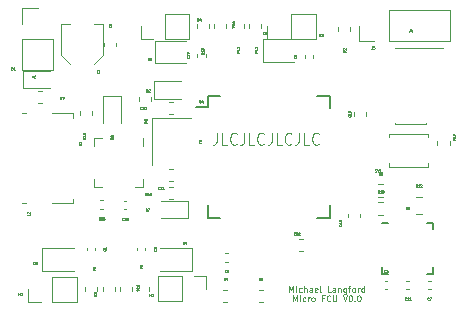
<source format=gbr>
G04 #@! TF.GenerationSoftware,KiCad,Pcbnew,(5.1.8)-1*
G04 #@! TF.CreationDate,2020-11-28T11:44:15-05:00*
G04 #@! TF.ProjectId,STM32_SMD_Quadcopter,53544d33-325f-4534-9d44-5f5175616463,rev?*
G04 #@! TF.SameCoordinates,PX2daf690PY1aab7d8*
G04 #@! TF.FileFunction,Legend,Top*
G04 #@! TF.FilePolarity,Positive*
%FSLAX46Y46*%
G04 Gerber Fmt 4.6, Leading zero omitted, Abs format (unit mm)*
G04 Created by KiCad (PCBNEW (5.1.8)-1) date 2020-11-28 11:44:15*
%MOMM*%
%LPD*%
G01*
G04 APERTURE LIST*
%ADD10C,0.100000*%
%ADD11C,0.031750*%
%ADD12C,0.120000*%
%ADD13C,0.150000*%
%ADD14C,0.050000*%
G04 APERTURE END LIST*
D10*
X16518457Y-10552180D02*
X16518457Y-11266466D01*
X16475600Y-11409323D01*
X16389885Y-11504561D01*
X16261314Y-11552180D01*
X16175600Y-11552180D01*
X17375600Y-11552180D02*
X16947028Y-11552180D01*
X16947028Y-10552180D01*
X18189885Y-11456942D02*
X18147028Y-11504561D01*
X18018457Y-11552180D01*
X17932742Y-11552180D01*
X17804171Y-11504561D01*
X17718457Y-11409323D01*
X17675600Y-11314085D01*
X17632742Y-11123609D01*
X17632742Y-10980752D01*
X17675600Y-10790276D01*
X17718457Y-10695038D01*
X17804171Y-10599800D01*
X17932742Y-10552180D01*
X18018457Y-10552180D01*
X18147028Y-10599800D01*
X18189885Y-10647419D01*
X18832742Y-10552180D02*
X18832742Y-11266466D01*
X18789885Y-11409323D01*
X18704171Y-11504561D01*
X18575600Y-11552180D01*
X18489885Y-11552180D01*
X19689885Y-11552180D02*
X19261314Y-11552180D01*
X19261314Y-10552180D01*
X20504171Y-11456942D02*
X20461314Y-11504561D01*
X20332742Y-11552180D01*
X20247028Y-11552180D01*
X20118457Y-11504561D01*
X20032742Y-11409323D01*
X19989885Y-11314085D01*
X19947028Y-11123609D01*
X19947028Y-10980752D01*
X19989885Y-10790276D01*
X20032742Y-10695038D01*
X20118457Y-10599800D01*
X20247028Y-10552180D01*
X20332742Y-10552180D01*
X20461314Y-10599800D01*
X20504171Y-10647419D01*
X21147028Y-10552180D02*
X21147028Y-11266466D01*
X21104171Y-11409323D01*
X21018457Y-11504561D01*
X20889885Y-11552180D01*
X20804171Y-11552180D01*
X22004171Y-11552180D02*
X21575600Y-11552180D01*
X21575600Y-10552180D01*
X22818457Y-11456942D02*
X22775600Y-11504561D01*
X22647028Y-11552180D01*
X22561314Y-11552180D01*
X22432742Y-11504561D01*
X22347028Y-11409323D01*
X22304171Y-11314085D01*
X22261314Y-11123609D01*
X22261314Y-10980752D01*
X22304171Y-10790276D01*
X22347028Y-10695038D01*
X22432742Y-10599800D01*
X22561314Y-10552180D01*
X22647028Y-10552180D01*
X22775600Y-10599800D01*
X22818457Y-10647419D01*
X23461314Y-10552180D02*
X23461314Y-11266466D01*
X23418457Y-11409323D01*
X23332742Y-11504561D01*
X23204171Y-11552180D01*
X23118457Y-11552180D01*
X24318457Y-11552180D02*
X23889885Y-11552180D01*
X23889885Y-10552180D01*
X25132742Y-11456942D02*
X25089885Y-11504561D01*
X24961314Y-11552180D01*
X24875600Y-11552180D01*
X24747028Y-11504561D01*
X24661314Y-11409323D01*
X24618457Y-11314085D01*
X24575600Y-11123609D01*
X24575600Y-10980752D01*
X24618457Y-10790276D01*
X24661314Y-10695038D01*
X24747028Y-10599800D01*
X24875600Y-10552180D01*
X24961314Y-10552180D01*
X25089885Y-10599800D01*
X25132742Y-10647419D01*
D11*
X22650147Y-24026434D02*
X22650147Y-23518434D01*
X22819480Y-23881291D01*
X22988814Y-23518434D01*
X22988814Y-24026434D01*
X23230719Y-24026434D02*
X23230719Y-23687767D01*
X23230719Y-23518434D02*
X23206528Y-23542625D01*
X23230719Y-23566815D01*
X23254909Y-23542625D01*
X23230719Y-23518434D01*
X23230719Y-23566815D01*
X23690338Y-24002244D02*
X23641957Y-24026434D01*
X23545195Y-24026434D01*
X23496814Y-24002244D01*
X23472623Y-23978053D01*
X23448433Y-23929672D01*
X23448433Y-23784529D01*
X23472623Y-23736148D01*
X23496814Y-23711958D01*
X23545195Y-23687767D01*
X23641957Y-23687767D01*
X23690338Y-23711958D01*
X23908052Y-24026434D02*
X23908052Y-23518434D01*
X24125766Y-24026434D02*
X24125766Y-23760339D01*
X24101576Y-23711958D01*
X24053195Y-23687767D01*
X23980623Y-23687767D01*
X23932242Y-23711958D01*
X23908052Y-23736148D01*
X24585385Y-24026434D02*
X24585385Y-23760339D01*
X24561195Y-23711958D01*
X24512814Y-23687767D01*
X24416052Y-23687767D01*
X24367671Y-23711958D01*
X24585385Y-24002244D02*
X24537004Y-24026434D01*
X24416052Y-24026434D01*
X24367671Y-24002244D01*
X24343480Y-23953863D01*
X24343480Y-23905482D01*
X24367671Y-23857101D01*
X24416052Y-23832910D01*
X24537004Y-23832910D01*
X24585385Y-23808720D01*
X25020814Y-24002244D02*
X24972433Y-24026434D01*
X24875671Y-24026434D01*
X24827290Y-24002244D01*
X24803100Y-23953863D01*
X24803100Y-23760339D01*
X24827290Y-23711958D01*
X24875671Y-23687767D01*
X24972433Y-23687767D01*
X25020814Y-23711958D01*
X25045004Y-23760339D01*
X25045004Y-23808720D01*
X24803100Y-23857101D01*
X25335290Y-24026434D02*
X25286909Y-24002244D01*
X25262719Y-23953863D01*
X25262719Y-23518434D01*
X26157766Y-24026434D02*
X25915861Y-24026434D01*
X25915861Y-23518434D01*
X26544814Y-24026434D02*
X26544814Y-23760339D01*
X26520623Y-23711958D01*
X26472242Y-23687767D01*
X26375480Y-23687767D01*
X26327100Y-23711958D01*
X26544814Y-24002244D02*
X26496433Y-24026434D01*
X26375480Y-24026434D01*
X26327100Y-24002244D01*
X26302909Y-23953863D01*
X26302909Y-23905482D01*
X26327100Y-23857101D01*
X26375480Y-23832910D01*
X26496433Y-23832910D01*
X26544814Y-23808720D01*
X26786719Y-23687767D02*
X26786719Y-24026434D01*
X26786719Y-23736148D02*
X26810909Y-23711958D01*
X26859290Y-23687767D01*
X26931861Y-23687767D01*
X26980242Y-23711958D01*
X27004433Y-23760339D01*
X27004433Y-24026434D01*
X27464052Y-23687767D02*
X27464052Y-24099005D01*
X27439861Y-24147386D01*
X27415671Y-24171577D01*
X27367290Y-24195767D01*
X27294719Y-24195767D01*
X27246338Y-24171577D01*
X27464052Y-24002244D02*
X27415671Y-24026434D01*
X27318909Y-24026434D01*
X27270528Y-24002244D01*
X27246338Y-23978053D01*
X27222147Y-23929672D01*
X27222147Y-23784529D01*
X27246338Y-23736148D01*
X27270528Y-23711958D01*
X27318909Y-23687767D01*
X27415671Y-23687767D01*
X27464052Y-23711958D01*
X27633385Y-23687767D02*
X27826909Y-23687767D01*
X27705957Y-24026434D02*
X27705957Y-23591005D01*
X27730147Y-23542625D01*
X27778528Y-23518434D01*
X27826909Y-23518434D01*
X28068814Y-24026434D02*
X28020433Y-24002244D01*
X27996242Y-23978053D01*
X27972052Y-23929672D01*
X27972052Y-23784529D01*
X27996242Y-23736148D01*
X28020433Y-23711958D01*
X28068814Y-23687767D01*
X28141385Y-23687767D01*
X28189766Y-23711958D01*
X28213957Y-23736148D01*
X28238147Y-23784529D01*
X28238147Y-23929672D01*
X28213957Y-23978053D01*
X28189766Y-24002244D01*
X28141385Y-24026434D01*
X28068814Y-24026434D01*
X28455861Y-24026434D02*
X28455861Y-23687767D01*
X28455861Y-23784529D02*
X28480052Y-23736148D01*
X28504242Y-23711958D01*
X28552623Y-23687767D01*
X28601004Y-23687767D01*
X28988052Y-24026434D02*
X28988052Y-23518434D01*
X28988052Y-24002244D02*
X28939671Y-24026434D01*
X28842909Y-24026434D01*
X28794528Y-24002244D01*
X28770338Y-23978053D01*
X28746147Y-23929672D01*
X28746147Y-23784529D01*
X28770338Y-23736148D01*
X28794528Y-23711958D01*
X28842909Y-23687767D01*
X28939671Y-23687767D01*
X28988052Y-23711958D01*
X22976719Y-24820184D02*
X22976719Y-24312184D01*
X23146052Y-24675041D01*
X23315385Y-24312184D01*
X23315385Y-24820184D01*
X23557290Y-24820184D02*
X23557290Y-24481517D01*
X23557290Y-24312184D02*
X23533100Y-24336375D01*
X23557290Y-24360565D01*
X23581480Y-24336375D01*
X23557290Y-24312184D01*
X23557290Y-24360565D01*
X24016909Y-24795994D02*
X23968528Y-24820184D01*
X23871766Y-24820184D01*
X23823385Y-24795994D01*
X23799195Y-24771803D01*
X23775004Y-24723422D01*
X23775004Y-24578279D01*
X23799195Y-24529898D01*
X23823385Y-24505708D01*
X23871766Y-24481517D01*
X23968528Y-24481517D01*
X24016909Y-24505708D01*
X24234623Y-24820184D02*
X24234623Y-24481517D01*
X24234623Y-24578279D02*
X24258814Y-24529898D01*
X24283004Y-24505708D01*
X24331385Y-24481517D01*
X24379766Y-24481517D01*
X24621671Y-24820184D02*
X24573290Y-24795994D01*
X24549100Y-24771803D01*
X24524909Y-24723422D01*
X24524909Y-24578279D01*
X24549100Y-24529898D01*
X24573290Y-24505708D01*
X24621671Y-24481517D01*
X24694242Y-24481517D01*
X24742623Y-24505708D01*
X24766814Y-24529898D01*
X24791004Y-24578279D01*
X24791004Y-24723422D01*
X24766814Y-24771803D01*
X24742623Y-24795994D01*
X24694242Y-24820184D01*
X24621671Y-24820184D01*
X25565100Y-24554089D02*
X25395766Y-24554089D01*
X25395766Y-24820184D02*
X25395766Y-24312184D01*
X25637671Y-24312184D01*
X26121480Y-24771803D02*
X26097290Y-24795994D01*
X26024719Y-24820184D01*
X25976338Y-24820184D01*
X25903766Y-24795994D01*
X25855385Y-24747613D01*
X25831195Y-24699232D01*
X25807004Y-24602470D01*
X25807004Y-24529898D01*
X25831195Y-24433136D01*
X25855385Y-24384755D01*
X25903766Y-24336375D01*
X25976338Y-24312184D01*
X26024719Y-24312184D01*
X26097290Y-24336375D01*
X26121480Y-24360565D01*
X26339195Y-24312184D02*
X26339195Y-24723422D01*
X26363385Y-24771803D01*
X26387576Y-24795994D01*
X26435957Y-24820184D01*
X26532719Y-24820184D01*
X26581100Y-24795994D01*
X26605290Y-24771803D01*
X26629480Y-24723422D01*
X26629480Y-24312184D01*
X27185861Y-24312184D02*
X27355195Y-24820184D01*
X27524528Y-24312184D01*
X27790623Y-24312184D02*
X27839004Y-24312184D01*
X27887385Y-24336375D01*
X27911576Y-24360565D01*
X27935766Y-24408946D01*
X27959957Y-24505708D01*
X27959957Y-24626660D01*
X27935766Y-24723422D01*
X27911576Y-24771803D01*
X27887385Y-24795994D01*
X27839004Y-24820184D01*
X27790623Y-24820184D01*
X27742242Y-24795994D01*
X27718052Y-24771803D01*
X27693861Y-24723422D01*
X27669671Y-24626660D01*
X27669671Y-24505708D01*
X27693861Y-24408946D01*
X27718052Y-24360565D01*
X27742242Y-24336375D01*
X27790623Y-24312184D01*
X28177671Y-24771803D02*
X28201861Y-24795994D01*
X28177671Y-24820184D01*
X28153480Y-24795994D01*
X28177671Y-24771803D01*
X28177671Y-24820184D01*
X28516338Y-24312184D02*
X28564719Y-24312184D01*
X28613100Y-24336375D01*
X28637290Y-24360565D01*
X28661480Y-24408946D01*
X28685671Y-24505708D01*
X28685671Y-24626660D01*
X28661480Y-24723422D01*
X28637290Y-24771803D01*
X28613100Y-24795994D01*
X28564719Y-24820184D01*
X28516338Y-24820184D01*
X28467957Y-24795994D01*
X28443766Y-24771803D01*
X28419576Y-24723422D01*
X28395385Y-24626660D01*
X28395385Y-24505708D01*
X28419576Y-24408946D01*
X28443766Y-24360565D01*
X28467957Y-24336375D01*
X28516338Y-24312184D01*
D12*
X32772236Y-23084200D02*
X32556564Y-23084200D01*
X32772236Y-23804200D02*
X32556564Y-23804200D01*
D13*
X34808600Y-18178700D02*
X34283600Y-18178700D01*
X34808600Y-22478700D02*
X34283600Y-22478700D01*
X30508600Y-22478700D02*
X31033600Y-22478700D01*
X30508600Y-18178700D02*
X31033600Y-18178700D01*
X34808600Y-22478700D02*
X34808600Y-21953700D01*
X30508600Y-22478700D02*
X30508600Y-21953700D01*
X34808600Y-18178700D02*
X34808600Y-18703700D01*
D12*
X5945600Y-8727121D02*
X5945600Y-9052679D01*
X4925600Y-8727121D02*
X4925600Y-9052679D01*
D13*
X15729200Y-7398000D02*
X15729200Y-8398000D01*
X26079200Y-7398000D02*
X26079200Y-8473000D01*
X26079200Y-17748000D02*
X26079200Y-16673000D01*
X15729200Y-17748000D02*
X15729200Y-16673000D01*
X15729200Y-7398000D02*
X16804200Y-7398000D01*
X15729200Y-17748000D02*
X16804200Y-17748000D01*
X26079200Y-17748000D02*
X25004200Y-17748000D01*
X26079200Y-7398000D02*
X25004200Y-7398000D01*
X15729200Y-8398000D02*
X14704200Y-8398000D01*
D12*
X10238800Y-15115600D02*
X9588800Y-15115600D01*
X6118800Y-10995600D02*
X6768800Y-10995600D01*
X6118800Y-15115600D02*
X6768800Y-15115600D01*
X6118800Y-10995600D02*
X6118800Y-11645600D01*
X6118800Y-15115600D02*
X6118800Y-14465600D01*
X10238800Y-15115600D02*
X10238800Y-14465600D01*
X10238800Y-10995600D02*
X10238800Y-11645600D01*
X27815000Y-1615321D02*
X27815000Y-1940879D01*
X26795000Y-1615321D02*
X26795000Y-1940879D01*
X12486521Y-8942800D02*
X12812079Y-8942800D01*
X12486521Y-7922800D02*
X12812079Y-7922800D01*
X16304800Y-1686679D02*
X16304800Y-1361121D01*
X17324800Y-1686679D02*
X17324800Y-1361121D01*
X16200Y-5216200D02*
X2676200Y-5216200D01*
X16200Y-2616200D02*
X16200Y-5216200D01*
X2676200Y-2616200D02*
X2676200Y-5216200D01*
X16200Y-2616200D02*
X2676200Y-2616200D01*
X16200Y-1346200D02*
X16200Y-16200D01*
X16200Y-16200D02*
X1346200Y-16200D01*
X54300Y-8890000D02*
X314300Y-8890000D01*
X2594300Y-8890000D02*
X4364300Y-8890000D01*
X4364300Y-8890000D02*
X4364300Y-9270000D01*
X4364300Y-16510000D02*
X2594300Y-16510000D01*
X314300Y-16510000D02*
X54300Y-16510000D01*
X4364300Y-16510000D02*
X4364300Y-16130000D01*
X14408100Y-20325200D02*
X11723100Y-20325200D01*
X14408100Y-22245200D02*
X14408100Y-20325200D01*
X11723100Y-22245200D02*
X14408100Y-22245200D01*
X23085300Y-2634100D02*
X20400300Y-2634100D01*
X20400300Y-2634100D02*
X20400300Y-4554100D01*
X20400300Y-4554100D02*
X23085300Y-4554100D01*
X28627800Y-17714079D02*
X28627800Y-17388521D01*
X27607800Y-17714079D02*
X27607800Y-17388521D01*
X23484521Y-19543300D02*
X23810079Y-19543300D01*
X23484521Y-20563300D02*
X23810079Y-20563300D01*
X11243600Y-4668400D02*
X13928600Y-4668400D01*
X11243600Y-2748400D02*
X11243600Y-4668400D01*
X13928600Y-2748400D02*
X11243600Y-2748400D01*
X6983000Y-3236279D02*
X6983000Y-2910721D01*
X8003000Y-3236279D02*
X8003000Y-2910721D01*
X2349300Y-5284800D02*
X64300Y-5284800D01*
X64300Y-5284800D02*
X64300Y-6754800D01*
X64300Y-6754800D02*
X2349300Y-6754800D01*
X11164100Y-7669200D02*
X13449100Y-7669200D01*
X11164100Y-6199200D02*
X11164100Y-7669200D01*
X13449100Y-6199200D02*
X11164100Y-6199200D01*
X4405900Y-20325200D02*
X1720900Y-20325200D01*
X1720900Y-20325200D02*
X1720900Y-22245200D01*
X1720900Y-22245200D02*
X4405900Y-22245200D01*
X14096000Y-16333800D02*
X11811000Y-16333800D01*
X14096000Y-17803800D02*
X14096000Y-16333800D01*
X11811000Y-17803800D02*
X14096000Y-17803800D01*
X8355000Y-9689900D02*
X8355000Y-7404900D01*
X8355000Y-7404900D02*
X6885000Y-7404900D01*
X6885000Y-7404900D02*
X6885000Y-9689900D01*
X4655489Y-24841302D02*
X4655489Y-22721302D01*
X2595489Y-24841302D02*
X4655489Y-24841302D01*
X2595489Y-22721302D02*
X4655489Y-22721302D01*
X2595489Y-24841302D02*
X2595489Y-22721302D01*
X1595489Y-24841302D02*
X535489Y-24841302D01*
X535489Y-24841302D02*
X535489Y-23781302D01*
X15614200Y-22701700D02*
X15614200Y-23761700D01*
X14554200Y-22701700D02*
X15614200Y-22701700D01*
X13554200Y-22701700D02*
X13554200Y-24821700D01*
X13554200Y-24821700D02*
X11494200Y-24821700D01*
X13554200Y-22701700D02*
X11494200Y-22701700D01*
X11494200Y-22701700D02*
X11494200Y-24821700D01*
X24878600Y-2596700D02*
X24878600Y-476700D01*
X22818600Y-2596700D02*
X24878600Y-2596700D01*
X22818600Y-476700D02*
X24878600Y-476700D01*
X22818600Y-2596700D02*
X22818600Y-476700D01*
X21818600Y-2596700D02*
X20758600Y-2596700D01*
X20758600Y-2596700D02*
X20758600Y-1536700D01*
X10065200Y-2596700D02*
X10065200Y-1536700D01*
X11125200Y-2596700D02*
X10065200Y-2596700D01*
X12125200Y-2596700D02*
X12125200Y-476700D01*
X12125200Y-476700D02*
X14185200Y-476700D01*
X12125200Y-2596700D02*
X14185200Y-2596700D01*
X14185200Y-2596700D02*
X14185200Y-476700D01*
X6377400Y-23586121D02*
X6377400Y-23911679D01*
X5357400Y-23586121D02*
X5357400Y-23911679D01*
X6830600Y-23586321D02*
X6830600Y-23911879D01*
X7850600Y-23586321D02*
X7850600Y-23911879D01*
X1712079Y-6995700D02*
X1386521Y-6995700D01*
X1712079Y-8015700D02*
X1386521Y-8015700D01*
X9916700Y-7833479D02*
X9916700Y-7507921D01*
X10936700Y-7833479D02*
X10936700Y-7507921D01*
X10797000Y-23586121D02*
X10797000Y-23911679D01*
X9777000Y-23586121D02*
X9777000Y-23911679D01*
X8303800Y-23586221D02*
X8303800Y-23911779D01*
X9323800Y-23586221D02*
X9323800Y-23911779D01*
X20245800Y-1686779D02*
X20245800Y-1361221D01*
X19225800Y-1686779D02*
X19225800Y-1361221D01*
X17765300Y-1686879D02*
X17765300Y-1361321D01*
X18785300Y-1686879D02*
X18785300Y-1361321D01*
X15864300Y-1686779D02*
X15864300Y-1361221D01*
X14844300Y-1686779D02*
X14844300Y-1361221D01*
X12773879Y-15098300D02*
X12448321Y-15098300D01*
X12773879Y-16118300D02*
X12448321Y-16118300D01*
X36209700Y-11267221D02*
X36209700Y-11592779D01*
X35189700Y-11267221D02*
X35189700Y-11592779D01*
X31067000Y-13139600D02*
X31067000Y-13439600D01*
X31067000Y-13439600D02*
X34367000Y-13439600D01*
X34367000Y-13439600D02*
X34367000Y-13139600D01*
X31067000Y-10939600D02*
X31067000Y-10639600D01*
X31067000Y-10639600D02*
X34367000Y-10639600D01*
X34367000Y-10639600D02*
X34367000Y-10939600D01*
X6840000Y-1317600D02*
X6090000Y-1317600D01*
X3320000Y-1317600D02*
X4070000Y-1317600D01*
X3320000Y-3948163D02*
X3320000Y-1317600D01*
X6840000Y-3948163D02*
X6840000Y-1317600D01*
X4070000Y-4698163D02*
X3320000Y-3948163D01*
X6090000Y-4698163D02*
X6840000Y-3948163D01*
X28128500Y-8803321D02*
X28128500Y-9128879D01*
X29148500Y-8803321D02*
X29148500Y-9128879D01*
X12761279Y-14632400D02*
X12435721Y-14632400D01*
X12761279Y-13612400D02*
X12435721Y-13612400D01*
X36255000Y-2803200D02*
X36255000Y-143200D01*
X31115000Y-2803200D02*
X36255000Y-2803200D01*
X31115000Y-143200D02*
X36255000Y-143200D01*
X31115000Y-2803200D02*
X31115000Y-143200D01*
X29845000Y-2803200D02*
X28515000Y-2803200D01*
X28515000Y-2803200D02*
X28515000Y-1473200D01*
X17071021Y-24868600D02*
X17396579Y-24868600D01*
X17071021Y-23848600D02*
X17396579Y-23848600D01*
X20055621Y-23848600D02*
X20381179Y-23848600D01*
X20055621Y-24868600D02*
X20381179Y-24868600D01*
X31563000Y-3343600D02*
X34223000Y-3343600D01*
X34223000Y-3343600D02*
X34223000Y-3403600D01*
X34223000Y-9753600D02*
X34223000Y-9813600D01*
X31563000Y-9813600D02*
X34223000Y-9813600D01*
X31563000Y-3343600D02*
X31563000Y-3403600D01*
X31563000Y-9753600D02*
X31563000Y-9813600D01*
X34223000Y-3403600D02*
X35683000Y-3403600D01*
X14299200Y-9277600D02*
X10999200Y-9277600D01*
X10999200Y-9277600D02*
X10999200Y-13277600D01*
X6910041Y-16269700D02*
X6602759Y-16269700D01*
X6910041Y-17029700D02*
X6602759Y-17029700D01*
X5482000Y-20285764D02*
X5482000Y-20501436D01*
X6202000Y-20285764D02*
X6202000Y-20501436D01*
X10469200Y-20298464D02*
X10469200Y-20514136D01*
X9749200Y-20298464D02*
X9749200Y-20514136D01*
X34601036Y-23804200D02*
X34385364Y-23804200D01*
X34601036Y-23084200D02*
X34385364Y-23084200D01*
X24667800Y-4187136D02*
X24667800Y-3971464D01*
X23947800Y-4187136D02*
X23947800Y-3971464D01*
X17445936Y-20747400D02*
X17230264Y-20747400D01*
X17445936Y-21467400D02*
X17230264Y-21467400D01*
X8830136Y-16315100D02*
X8614464Y-16315100D01*
X8830136Y-17035100D02*
X8614464Y-17035100D01*
X14867300Y-4105736D02*
X14867300Y-3890064D01*
X15587300Y-4105736D02*
X15587300Y-3890064D01*
X30727764Y-23084200D02*
X30943436Y-23084200D01*
X30727764Y-23804200D02*
X30943436Y-23804200D01*
X33342948Y-17435500D02*
X33865452Y-17435500D01*
X33342948Y-15965500D02*
X33865452Y-15965500D01*
X30128442Y-15965700D02*
X30602958Y-15965700D01*
X30128442Y-14920700D02*
X30602958Y-14920700D01*
X30141142Y-16432000D02*
X30615658Y-16432000D01*
X30141142Y-17477000D02*
X30615658Y-17477000D01*
D14*
X32535828Y-24675628D02*
X32526304Y-24685152D01*
X32497733Y-24694676D01*
X32478685Y-24694676D01*
X32450114Y-24685152D01*
X32431066Y-24666104D01*
X32421542Y-24647057D01*
X32412019Y-24608961D01*
X32412019Y-24580390D01*
X32421542Y-24542295D01*
X32431066Y-24523247D01*
X32450114Y-24504200D01*
X32478685Y-24494676D01*
X32497733Y-24494676D01*
X32526304Y-24504200D01*
X32535828Y-24513723D01*
X32726304Y-24694676D02*
X32612019Y-24694676D01*
X32669161Y-24694676D02*
X32669161Y-24494676D01*
X32650114Y-24523247D01*
X32631066Y-24542295D01*
X32612019Y-24551819D01*
X32916780Y-24694676D02*
X32802495Y-24694676D01*
X32859638Y-24694676D02*
X32859638Y-24494676D01*
X32840590Y-24523247D01*
X32821542Y-24542295D01*
X32802495Y-24551819D01*
X32506219Y-16844176D02*
X32506219Y-17006080D01*
X32515742Y-17025128D01*
X32525266Y-17034652D01*
X32544314Y-17044176D01*
X32582409Y-17044176D01*
X32601457Y-17034652D01*
X32610980Y-17025128D01*
X32620504Y-17006080D01*
X32620504Y-16844176D01*
X32810980Y-16844176D02*
X32715742Y-16844176D01*
X32706219Y-16939414D01*
X32715742Y-16929890D01*
X32734790Y-16920366D01*
X32782409Y-16920366D01*
X32801457Y-16929890D01*
X32810980Y-16939414D01*
X32820504Y-16958461D01*
X32820504Y-17006080D01*
X32810980Y-17025128D01*
X32801457Y-17034652D01*
X32782409Y-17044176D01*
X32734790Y-17044176D01*
X32715742Y-17034652D01*
X32706219Y-17025128D01*
X5353356Y-10951411D02*
X5258118Y-11018078D01*
X5353356Y-11065697D02*
X5153356Y-11065697D01*
X5153356Y-10989506D01*
X5162880Y-10970459D01*
X5172403Y-10960935D01*
X5191451Y-10951411D01*
X5220022Y-10951411D01*
X5239070Y-10960935D01*
X5248594Y-10970459D01*
X5258118Y-10989506D01*
X5258118Y-11065697D01*
X5353356Y-10760935D02*
X5353356Y-10875220D01*
X5353356Y-10818078D02*
X5153356Y-10818078D01*
X5181927Y-10837125D01*
X5200975Y-10856173D01*
X5210499Y-10875220D01*
X5153356Y-10589506D02*
X5153356Y-10627601D01*
X5162880Y-10646649D01*
X5172403Y-10656173D01*
X5200975Y-10675220D01*
X5239070Y-10684744D01*
X5315260Y-10684744D01*
X5334308Y-10675220D01*
X5343832Y-10665697D01*
X5353356Y-10646649D01*
X5353356Y-10608554D01*
X5343832Y-10589506D01*
X5334308Y-10579982D01*
X5315260Y-10570459D01*
X5267641Y-10570459D01*
X5248594Y-10579982D01*
X5239070Y-10589506D01*
X5229546Y-10608554D01*
X5229546Y-10646649D01*
X5239070Y-10665697D01*
X5248594Y-10675220D01*
X5267641Y-10684744D01*
X15008879Y-7792416D02*
X15008879Y-7954320D01*
X15018402Y-7973368D01*
X15027926Y-7982892D01*
X15046974Y-7992416D01*
X15085069Y-7992416D01*
X15104117Y-7982892D01*
X15113640Y-7973368D01*
X15123164Y-7954320D01*
X15123164Y-7792416D01*
X15304117Y-7859082D02*
X15304117Y-7992416D01*
X15256498Y-7782892D02*
X15208879Y-7925749D01*
X15332688Y-7925749D01*
X4830776Y-11615400D02*
X4992680Y-11615400D01*
X5011728Y-11605877D01*
X5021252Y-11596353D01*
X5030776Y-11577305D01*
X5030776Y-11539210D01*
X5021252Y-11520162D01*
X5011728Y-11510639D01*
X4992680Y-11501115D01*
X4830776Y-11501115D01*
X4830776Y-11424924D02*
X4830776Y-11301115D01*
X4906966Y-11367781D01*
X4906966Y-11339210D01*
X4916490Y-11320162D01*
X4926014Y-11310639D01*
X4945061Y-11301115D01*
X4992680Y-11301115D01*
X5011728Y-11310639D01*
X5021252Y-11320162D01*
X5030776Y-11339210D01*
X5030776Y-11396353D01*
X5021252Y-11415400D01*
X5011728Y-11424924D01*
X27415796Y-3571653D02*
X27320558Y-3638320D01*
X27415796Y-3685939D02*
X27215796Y-3685939D01*
X27215796Y-3609748D01*
X27225320Y-3590700D01*
X27234843Y-3581177D01*
X27253891Y-3571653D01*
X27282462Y-3571653D01*
X27301510Y-3581177D01*
X27311034Y-3590700D01*
X27320558Y-3609748D01*
X27320558Y-3685939D01*
X27234843Y-3495462D02*
X27225320Y-3485939D01*
X27215796Y-3466891D01*
X27215796Y-3419272D01*
X27225320Y-3400224D01*
X27234843Y-3390700D01*
X27253891Y-3381177D01*
X27272939Y-3381177D01*
X27301510Y-3390700D01*
X27415796Y-3504986D01*
X27415796Y-3381177D01*
X10112908Y-8549948D02*
X10103384Y-8559472D01*
X10074813Y-8568996D01*
X10055765Y-8568996D01*
X10027194Y-8559472D01*
X10008146Y-8540424D01*
X9998622Y-8521377D01*
X9989099Y-8483281D01*
X9989099Y-8454710D01*
X9998622Y-8416615D01*
X10008146Y-8397567D01*
X10027194Y-8378520D01*
X10055765Y-8368996D01*
X10074813Y-8368996D01*
X10103384Y-8378520D01*
X10112908Y-8388043D01*
X10189099Y-8388043D02*
X10198622Y-8378520D01*
X10217670Y-8368996D01*
X10265289Y-8368996D01*
X10284337Y-8378520D01*
X10293860Y-8388043D01*
X10303384Y-8407091D01*
X10303384Y-8426139D01*
X10293860Y-8454710D01*
X10179575Y-8568996D01*
X10303384Y-8568996D01*
X10427194Y-8368996D02*
X10446241Y-8368996D01*
X10465289Y-8378520D01*
X10474813Y-8388043D01*
X10484337Y-8407091D01*
X10493860Y-8445186D01*
X10493860Y-8492805D01*
X10484337Y-8530900D01*
X10474813Y-8549948D01*
X10465289Y-8559472D01*
X10446241Y-8568996D01*
X10427194Y-8568996D01*
X10408146Y-8559472D01*
X10398622Y-8549948D01*
X10389099Y-8530900D01*
X10379575Y-8492805D01*
X10379575Y-8445186D01*
X10389099Y-8407091D01*
X10398622Y-8388043D01*
X10408146Y-8378520D01*
X10427194Y-8368996D01*
X17994936Y-1487371D02*
X17899698Y-1554038D01*
X17994936Y-1601657D02*
X17794936Y-1601657D01*
X17794936Y-1525466D01*
X17804460Y-1506419D01*
X17813983Y-1496895D01*
X17833031Y-1487371D01*
X17861602Y-1487371D01*
X17880650Y-1496895D01*
X17890174Y-1506419D01*
X17899698Y-1525466D01*
X17899698Y-1601657D01*
X17994936Y-1296895D02*
X17994936Y-1411180D01*
X17994936Y-1354038D02*
X17794936Y-1354038D01*
X17823507Y-1373085D01*
X17842555Y-1392133D01*
X17852079Y-1411180D01*
X17861602Y-1125466D02*
X17994936Y-1125466D01*
X17785412Y-1173085D02*
X17928269Y-1220704D01*
X17928269Y-1096895D01*
X873456Y-5855326D02*
X1016313Y-5855326D01*
X1044884Y-5864850D01*
X1063932Y-5883898D01*
X1073456Y-5912469D01*
X1073456Y-5931517D01*
X1073456Y-5655326D02*
X1073456Y-5769612D01*
X1073456Y-5712469D02*
X873456Y-5712469D01*
X902027Y-5731517D01*
X921075Y-5750564D01*
X930599Y-5769612D01*
X456896Y-17468206D02*
X599753Y-17468206D01*
X628324Y-17477730D01*
X647372Y-17496778D01*
X656896Y-17525349D01*
X656896Y-17544397D01*
X475943Y-17382492D02*
X466420Y-17372968D01*
X456896Y-17353920D01*
X456896Y-17306301D01*
X466420Y-17287254D01*
X475943Y-17277730D01*
X494991Y-17268206D01*
X514039Y-17268206D01*
X542610Y-17277730D01*
X656896Y-17392016D01*
X656896Y-17268206D01*
X13604180Y-19963436D02*
X13604180Y-19763436D01*
X13651800Y-19763436D01*
X13680371Y-19772960D01*
X13699419Y-19792007D01*
X13708942Y-19811055D01*
X13718466Y-19849150D01*
X13718466Y-19877721D01*
X13708942Y-19915817D01*
X13699419Y-19934864D01*
X13680371Y-19953912D01*
X13651800Y-19963436D01*
X13604180Y-19963436D01*
X13889895Y-19830102D02*
X13889895Y-19963436D01*
X13842276Y-19753912D02*
X13794657Y-19896769D01*
X13918466Y-19896769D01*
X20451780Y-2226616D02*
X20451780Y-2026616D01*
X20499400Y-2026616D01*
X20527971Y-2036140D01*
X20547019Y-2055187D01*
X20556542Y-2074235D01*
X20566066Y-2112330D01*
X20566066Y-2140901D01*
X20556542Y-2178997D01*
X20547019Y-2198044D01*
X20527971Y-2217092D01*
X20499400Y-2226616D01*
X20451780Y-2226616D01*
X20747019Y-2026616D02*
X20651780Y-2026616D01*
X20642257Y-2121854D01*
X20651780Y-2112330D01*
X20670828Y-2102806D01*
X20718447Y-2102806D01*
X20737495Y-2112330D01*
X20747019Y-2121854D01*
X20756542Y-2140901D01*
X20756542Y-2188520D01*
X20747019Y-2207568D01*
X20737495Y-2217092D01*
X20718447Y-2226616D01*
X20670828Y-2226616D01*
X20651780Y-2217092D01*
X20642257Y-2207568D01*
X27030988Y-18322491D02*
X27040512Y-18332015D01*
X27050036Y-18360586D01*
X27050036Y-18379634D01*
X27040512Y-18408205D01*
X27021464Y-18427253D01*
X27002417Y-18436777D01*
X26964321Y-18446300D01*
X26935750Y-18446300D01*
X26897655Y-18436777D01*
X26878607Y-18427253D01*
X26859560Y-18408205D01*
X26850036Y-18379634D01*
X26850036Y-18360586D01*
X26859560Y-18332015D01*
X26869083Y-18322491D01*
X27050036Y-18132015D02*
X27050036Y-18246300D01*
X27050036Y-18189158D02*
X26850036Y-18189158D01*
X26878607Y-18208205D01*
X26897655Y-18227253D01*
X26907179Y-18246300D01*
X26935750Y-18017729D02*
X26926226Y-18036777D01*
X26916702Y-18046300D01*
X26897655Y-18055824D01*
X26888131Y-18055824D01*
X26869083Y-18046300D01*
X26859560Y-18036777D01*
X26850036Y-18017729D01*
X26850036Y-17979634D01*
X26859560Y-17960586D01*
X26869083Y-17951062D01*
X26888131Y-17941539D01*
X26897655Y-17941539D01*
X26916702Y-17951062D01*
X26926226Y-17960586D01*
X26935750Y-17979634D01*
X26935750Y-18017729D01*
X26945274Y-18036777D01*
X26954798Y-18046300D01*
X26973845Y-18055824D01*
X27011940Y-18055824D01*
X27030988Y-18046300D01*
X27040512Y-18036777D01*
X27050036Y-18017729D01*
X27050036Y-17979634D01*
X27040512Y-17960586D01*
X27030988Y-17951062D01*
X27011940Y-17941539D01*
X26973845Y-17941539D01*
X26954798Y-17951062D01*
X26945274Y-17960586D01*
X26935750Y-17979634D01*
X23130208Y-19164608D02*
X23120684Y-19174132D01*
X23092113Y-19183656D01*
X23073065Y-19183656D01*
X23044494Y-19174132D01*
X23025446Y-19155084D01*
X23015922Y-19136037D01*
X23006399Y-19097941D01*
X23006399Y-19069370D01*
X23015922Y-19031275D01*
X23025446Y-19012227D01*
X23044494Y-18993180D01*
X23073065Y-18983656D01*
X23092113Y-18983656D01*
X23120684Y-18993180D01*
X23130208Y-19002703D01*
X23206399Y-19002703D02*
X23215922Y-18993180D01*
X23234970Y-18983656D01*
X23282589Y-18983656D01*
X23301637Y-18993180D01*
X23311160Y-19002703D01*
X23320684Y-19021751D01*
X23320684Y-19040799D01*
X23311160Y-19069370D01*
X23196875Y-19183656D01*
X23320684Y-19183656D01*
X23396875Y-19002703D02*
X23406399Y-18993180D01*
X23425446Y-18983656D01*
X23473065Y-18983656D01*
X23492113Y-18993180D01*
X23501637Y-19002703D01*
X23511160Y-19021751D01*
X23511160Y-19040799D01*
X23501637Y-19069370D01*
X23387351Y-19183656D01*
X23511160Y-19183656D01*
X10652460Y-4411016D02*
X10652460Y-4211016D01*
X10700080Y-4211016D01*
X10728651Y-4220540D01*
X10747699Y-4239587D01*
X10757222Y-4258635D01*
X10766746Y-4296730D01*
X10766746Y-4325301D01*
X10757222Y-4363397D01*
X10747699Y-4382444D01*
X10728651Y-4401492D01*
X10700080Y-4411016D01*
X10652460Y-4411016D01*
X10938175Y-4211016D02*
X10900080Y-4211016D01*
X10881032Y-4220540D01*
X10871508Y-4230063D01*
X10852460Y-4258635D01*
X10842937Y-4296730D01*
X10842937Y-4372920D01*
X10852460Y-4391968D01*
X10861984Y-4401492D01*
X10881032Y-4411016D01*
X10919127Y-4411016D01*
X10938175Y-4401492D01*
X10947699Y-4391968D01*
X10957222Y-4372920D01*
X10957222Y-4325301D01*
X10947699Y-4306254D01*
X10938175Y-4296730D01*
X10919127Y-4287206D01*
X10881032Y-4287206D01*
X10861984Y-4296730D01*
X10852460Y-4306254D01*
X10842937Y-4325301D01*
X7536488Y-1506533D02*
X7546012Y-1516057D01*
X7555536Y-1544628D01*
X7555536Y-1563676D01*
X7546012Y-1592247D01*
X7526964Y-1611295D01*
X7507917Y-1620819D01*
X7469821Y-1630342D01*
X7441250Y-1630342D01*
X7403155Y-1620819D01*
X7384107Y-1611295D01*
X7365060Y-1592247D01*
X7355536Y-1563676D01*
X7355536Y-1544628D01*
X7365060Y-1516057D01*
X7374583Y-1506533D01*
X7355536Y-1335104D02*
X7355536Y-1373200D01*
X7365060Y-1392247D01*
X7374583Y-1401771D01*
X7403155Y-1420819D01*
X7441250Y-1430342D01*
X7517440Y-1430342D01*
X7536488Y-1420819D01*
X7546012Y-1411295D01*
X7555536Y-1392247D01*
X7555536Y-1354152D01*
X7546012Y-1335104D01*
X7536488Y-1325580D01*
X7517440Y-1316057D01*
X7469821Y-1316057D01*
X7450774Y-1325580D01*
X7441250Y-1335104D01*
X7431726Y-1354152D01*
X7431726Y-1392247D01*
X7441250Y-1411295D01*
X7450774Y-1420819D01*
X7469821Y-1430342D01*
X-881780Y-5216196D02*
X-881780Y-5016196D01*
X-834160Y-5016196D01*
X-805589Y-5025720D01*
X-786541Y-5044767D01*
X-777018Y-5063815D01*
X-767494Y-5101910D01*
X-767494Y-5130481D01*
X-777018Y-5168577D01*
X-786541Y-5187624D01*
X-805589Y-5206672D01*
X-834160Y-5216196D01*
X-881780Y-5216196D01*
X-577018Y-5216196D02*
X-691303Y-5216196D01*
X-634160Y-5216196D02*
X-634160Y-5016196D01*
X-653208Y-5044767D01*
X-672256Y-5063815D01*
X-691303Y-5073339D01*
X10528000Y-7070396D02*
X10528000Y-6870396D01*
X10575620Y-6870396D01*
X10604191Y-6879920D01*
X10623239Y-6898967D01*
X10632762Y-6918015D01*
X10642286Y-6956110D01*
X10642286Y-6984681D01*
X10632762Y-7022777D01*
X10623239Y-7041824D01*
X10604191Y-7060872D01*
X10575620Y-7070396D01*
X10528000Y-7070396D01*
X10718477Y-6889443D02*
X10728000Y-6879920D01*
X10747048Y-6870396D01*
X10794667Y-6870396D01*
X10813715Y-6879920D01*
X10823239Y-6889443D01*
X10832762Y-6908491D01*
X10832762Y-6927539D01*
X10823239Y-6956110D01*
X10708953Y-7070396D01*
X10832762Y-7070396D01*
X974820Y-21685556D02*
X974820Y-21485556D01*
X1022440Y-21485556D01*
X1051011Y-21495080D01*
X1070059Y-21514127D01*
X1079582Y-21533175D01*
X1089106Y-21571270D01*
X1089106Y-21599841D01*
X1079582Y-21637937D01*
X1070059Y-21656984D01*
X1051011Y-21676032D01*
X1022440Y-21685556D01*
X974820Y-21685556D01*
X1155773Y-21485556D02*
X1279582Y-21485556D01*
X1212916Y-21561746D01*
X1241487Y-21561746D01*
X1260535Y-21571270D01*
X1270059Y-21580794D01*
X1279582Y-21599841D01*
X1279582Y-21647460D01*
X1270059Y-21666508D01*
X1260535Y-21676032D01*
X1241487Y-21685556D01*
X1184344Y-21685556D01*
X1165297Y-21676032D01*
X1155773Y-21666508D01*
X10479740Y-17151656D02*
X10479740Y-16951656D01*
X10527360Y-16951656D01*
X10555931Y-16961180D01*
X10574979Y-16980227D01*
X10584502Y-16999275D01*
X10594026Y-17037370D01*
X10594026Y-17065941D01*
X10584502Y-17104037D01*
X10574979Y-17123084D01*
X10555931Y-17142132D01*
X10527360Y-17151656D01*
X10479740Y-17151656D01*
X10660693Y-16951656D02*
X10794026Y-16951656D01*
X10708312Y-17151656D01*
X7705396Y-11064339D02*
X7505396Y-11064339D01*
X7505396Y-11016720D01*
X7514920Y-10988148D01*
X7533967Y-10969100D01*
X7553015Y-10959577D01*
X7591110Y-10950053D01*
X7619681Y-10950053D01*
X7657777Y-10959577D01*
X7676824Y-10969100D01*
X7695872Y-10988148D01*
X7705396Y-11016720D01*
X7705396Y-11064339D01*
X7591110Y-10835767D02*
X7581586Y-10854815D01*
X7572062Y-10864339D01*
X7553015Y-10873862D01*
X7543491Y-10873862D01*
X7524443Y-10864339D01*
X7514920Y-10854815D01*
X7505396Y-10835767D01*
X7505396Y-10797672D01*
X7514920Y-10778624D01*
X7524443Y-10769100D01*
X7543491Y-10759577D01*
X7553015Y-10759577D01*
X7572062Y-10769100D01*
X7581586Y-10778624D01*
X7591110Y-10797672D01*
X7591110Y-10835767D01*
X7600634Y-10854815D01*
X7610158Y-10864339D01*
X7629205Y-10873862D01*
X7667300Y-10873862D01*
X7686348Y-10864339D01*
X7695872Y-10854815D01*
X7705396Y-10835767D01*
X7705396Y-10797672D01*
X7695872Y-10778624D01*
X7686348Y-10769100D01*
X7667300Y-10759577D01*
X7629205Y-10759577D01*
X7610158Y-10769100D01*
X7600634Y-10778624D01*
X7591110Y-10797672D01*
X-301605Y-24294136D02*
X-301605Y-24094136D01*
X-234939Y-24236993D01*
X-168272Y-24094136D01*
X-168272Y-24294136D01*
X31728Y-24294136D02*
X-82558Y-24294136D01*
X-25415Y-24294136D02*
X-25415Y-24094136D01*
X-44462Y-24122707D01*
X-63510Y-24141755D01*
X-82558Y-24151279D01*
X10780472Y-24360612D02*
X10780472Y-24160612D01*
X10847138Y-24303469D01*
X10913805Y-24160612D01*
X10913805Y-24360612D01*
X10999519Y-24179659D02*
X11009043Y-24170136D01*
X11028091Y-24160612D01*
X11075710Y-24160612D01*
X11094757Y-24170136D01*
X11104281Y-24179659D01*
X11113805Y-24198707D01*
X11113805Y-24217755D01*
X11104281Y-24246326D01*
X10989996Y-24360612D01*
X11113805Y-24360612D01*
X25128875Y-2371396D02*
X25128875Y-2171396D01*
X25195541Y-2314253D01*
X25262208Y-2171396D01*
X25262208Y-2371396D01*
X25338399Y-2171396D02*
X25462208Y-2171396D01*
X25395541Y-2247586D01*
X25424113Y-2247586D01*
X25443160Y-2257110D01*
X25452684Y-2266634D01*
X25462208Y-2285681D01*
X25462208Y-2333300D01*
X25452684Y-2352348D01*
X25443160Y-2361872D01*
X25424113Y-2371396D01*
X25366970Y-2371396D01*
X25347922Y-2361872D01*
X25338399Y-2352348D01*
X14813935Y-1070916D02*
X14813935Y-870916D01*
X14880601Y-1013773D01*
X14947268Y-870916D01*
X14947268Y-1070916D01*
X15128220Y-937582D02*
X15128220Y-1070916D01*
X15080601Y-861392D02*
X15032982Y-1004249D01*
X15156792Y-1004249D01*
X6222036Y-22085513D02*
X6126798Y-22152180D01*
X6222036Y-22199799D02*
X6022036Y-22199799D01*
X6022036Y-22123608D01*
X6031560Y-22104560D01*
X6041083Y-22095037D01*
X6060131Y-22085513D01*
X6088702Y-22085513D01*
X6107750Y-22095037D01*
X6117274Y-22104560D01*
X6126798Y-22123608D01*
X6126798Y-22199799D01*
X6222036Y-21895037D02*
X6222036Y-22009322D01*
X6222036Y-21952180D02*
X6022036Y-21952180D01*
X6050607Y-21971227D01*
X6069655Y-21990275D01*
X6079179Y-22009322D01*
X6277916Y-24247253D02*
X6182678Y-24313920D01*
X6277916Y-24361539D02*
X6077916Y-24361539D01*
X6077916Y-24285348D01*
X6087440Y-24266300D01*
X6096963Y-24256777D01*
X6116011Y-24247253D01*
X6144582Y-24247253D01*
X6163630Y-24256777D01*
X6173154Y-24266300D01*
X6182678Y-24285348D01*
X6182678Y-24361539D01*
X6077916Y-24180586D02*
X6077916Y-24056777D01*
X6154106Y-24123443D01*
X6154106Y-24094872D01*
X6163630Y-24075824D01*
X6173154Y-24066300D01*
X6192201Y-24056777D01*
X6239820Y-24056777D01*
X6258868Y-24066300D01*
X6268392Y-24075824D01*
X6277916Y-24094872D01*
X6277916Y-24152015D01*
X6268392Y-24171062D01*
X6258868Y-24180586D01*
X3337246Y-7692696D02*
X3270580Y-7597458D01*
X3222960Y-7692696D02*
X3222960Y-7492696D01*
X3299151Y-7492696D01*
X3318199Y-7502220D01*
X3327722Y-7511743D01*
X3337246Y-7530791D01*
X3337246Y-7559362D01*
X3327722Y-7578410D01*
X3318199Y-7587934D01*
X3299151Y-7597458D01*
X3222960Y-7597458D01*
X3403913Y-7492696D02*
X3537246Y-7492696D01*
X3451532Y-7692696D01*
X10567976Y-9586073D02*
X10472738Y-9652740D01*
X10567976Y-9700359D02*
X10367976Y-9700359D01*
X10367976Y-9624168D01*
X10377500Y-9605120D01*
X10387023Y-9595597D01*
X10406071Y-9586073D01*
X10434642Y-9586073D01*
X10453690Y-9595597D01*
X10463214Y-9605120D01*
X10472738Y-9624168D01*
X10472738Y-9700359D01*
X10453690Y-9471787D02*
X10444166Y-9490835D01*
X10434642Y-9500359D01*
X10415595Y-9509882D01*
X10406071Y-9509882D01*
X10387023Y-9500359D01*
X10377500Y-9490835D01*
X10367976Y-9471787D01*
X10367976Y-9433692D01*
X10377500Y-9414644D01*
X10387023Y-9405120D01*
X10406071Y-9395597D01*
X10415595Y-9395597D01*
X10434642Y-9405120D01*
X10444166Y-9414644D01*
X10453690Y-9433692D01*
X10453690Y-9471787D01*
X10463214Y-9490835D01*
X10472738Y-9500359D01*
X10491785Y-9509882D01*
X10529880Y-9509882D01*
X10548928Y-9500359D01*
X10558452Y-9490835D01*
X10567976Y-9471787D01*
X10567976Y-9433692D01*
X10558452Y-9414644D01*
X10548928Y-9405120D01*
X10529880Y-9395597D01*
X10491785Y-9395597D01*
X10472738Y-9405120D01*
X10463214Y-9414644D01*
X10453690Y-9433692D01*
X10207296Y-21902533D02*
X10112058Y-21969200D01*
X10207296Y-22016819D02*
X10007296Y-22016819D01*
X10007296Y-21940628D01*
X10016820Y-21921580D01*
X10026343Y-21912057D01*
X10045391Y-21902533D01*
X10073962Y-21902533D01*
X10093010Y-21912057D01*
X10102534Y-21921580D01*
X10112058Y-21940628D01*
X10112058Y-22016819D01*
X10207296Y-21807295D02*
X10207296Y-21769200D01*
X10197772Y-21750152D01*
X10188248Y-21740628D01*
X10159677Y-21721580D01*
X10121581Y-21712057D01*
X10045391Y-21712057D01*
X10026343Y-21721580D01*
X10016820Y-21731104D01*
X10007296Y-21750152D01*
X10007296Y-21788247D01*
X10016820Y-21807295D01*
X10026343Y-21816819D01*
X10045391Y-21826342D01*
X10093010Y-21826342D01*
X10112058Y-21816819D01*
X10121581Y-21807295D01*
X10131105Y-21788247D01*
X10131105Y-21750152D01*
X10121581Y-21731104D01*
X10112058Y-21721580D01*
X10093010Y-21712057D01*
X9907576Y-23783691D02*
X9812338Y-23850358D01*
X9907576Y-23897977D02*
X9707576Y-23897977D01*
X9707576Y-23821786D01*
X9717100Y-23802739D01*
X9726623Y-23793215D01*
X9745671Y-23783691D01*
X9774242Y-23783691D01*
X9793290Y-23793215D01*
X9802814Y-23802739D01*
X9812338Y-23821786D01*
X9812338Y-23897977D01*
X9907576Y-23593215D02*
X9907576Y-23707500D01*
X9907576Y-23650358D02*
X9707576Y-23650358D01*
X9736147Y-23669405D01*
X9755195Y-23688453D01*
X9764719Y-23707500D01*
X9707576Y-23469405D02*
X9707576Y-23450358D01*
X9717100Y-23431310D01*
X9726623Y-23421786D01*
X9745671Y-23412262D01*
X9783766Y-23402739D01*
X9831385Y-23402739D01*
X9869480Y-23412262D01*
X9888528Y-23421786D01*
X9898052Y-23431310D01*
X9907576Y-23450358D01*
X9907576Y-23469405D01*
X9898052Y-23488453D01*
X9888528Y-23497977D01*
X9869480Y-23507500D01*
X9831385Y-23517024D01*
X9783766Y-23517024D01*
X9745671Y-23507500D01*
X9726623Y-23497977D01*
X9717100Y-23488453D01*
X9707576Y-23469405D01*
X19925336Y-3651551D02*
X19830098Y-3718218D01*
X19925336Y-3765837D02*
X19725336Y-3765837D01*
X19725336Y-3689646D01*
X19734860Y-3670599D01*
X19744383Y-3661075D01*
X19763431Y-3651551D01*
X19792002Y-3651551D01*
X19811050Y-3661075D01*
X19820574Y-3670599D01*
X19830098Y-3689646D01*
X19830098Y-3765837D01*
X19925336Y-3461075D02*
X19925336Y-3575360D01*
X19925336Y-3518218D02*
X19725336Y-3518218D01*
X19753907Y-3537265D01*
X19772955Y-3556313D01*
X19782479Y-3575360D01*
X19925336Y-3270599D02*
X19925336Y-3384884D01*
X19925336Y-3327741D02*
X19725336Y-3327741D01*
X19753907Y-3346789D01*
X19772955Y-3365837D01*
X19782479Y-3384884D01*
X18406416Y-3646471D02*
X18311178Y-3713138D01*
X18406416Y-3760757D02*
X18206416Y-3760757D01*
X18206416Y-3684566D01*
X18215940Y-3665519D01*
X18225463Y-3655995D01*
X18244511Y-3646471D01*
X18273082Y-3646471D01*
X18292130Y-3655995D01*
X18301654Y-3665519D01*
X18311178Y-3684566D01*
X18311178Y-3760757D01*
X18406416Y-3455995D02*
X18406416Y-3570280D01*
X18406416Y-3513138D02*
X18206416Y-3513138D01*
X18234987Y-3532185D01*
X18254035Y-3551233D01*
X18263559Y-3570280D01*
X18225463Y-3379804D02*
X18215940Y-3370280D01*
X18206416Y-3351233D01*
X18206416Y-3303614D01*
X18215940Y-3284566D01*
X18225463Y-3275042D01*
X18244511Y-3265519D01*
X18263559Y-3265519D01*
X18292130Y-3275042D01*
X18406416Y-3389328D01*
X18406416Y-3265519D01*
X15383816Y-3758231D02*
X15288578Y-3824898D01*
X15383816Y-3872517D02*
X15183816Y-3872517D01*
X15183816Y-3796326D01*
X15193340Y-3777279D01*
X15202863Y-3767755D01*
X15221911Y-3758231D01*
X15250482Y-3758231D01*
X15269530Y-3767755D01*
X15279054Y-3777279D01*
X15288578Y-3796326D01*
X15288578Y-3872517D01*
X15383816Y-3567755D02*
X15383816Y-3682040D01*
X15383816Y-3624898D02*
X15183816Y-3624898D01*
X15212387Y-3643945D01*
X15231435Y-3662993D01*
X15240959Y-3682040D01*
X15183816Y-3501088D02*
X15183816Y-3377279D01*
X15260006Y-3443945D01*
X15260006Y-3415374D01*
X15269530Y-3396326D01*
X15279054Y-3386802D01*
X15298101Y-3377279D01*
X15345720Y-3377279D01*
X15364768Y-3386802D01*
X15374292Y-3396326D01*
X15383816Y-3415374D01*
X15383816Y-3472517D01*
X15374292Y-3491564D01*
X15364768Y-3501088D01*
X10539428Y-15838476D02*
X10472761Y-15743238D01*
X10425142Y-15838476D02*
X10425142Y-15638476D01*
X10501333Y-15638476D01*
X10520380Y-15648000D01*
X10529904Y-15657523D01*
X10539428Y-15676571D01*
X10539428Y-15705142D01*
X10529904Y-15724190D01*
X10520380Y-15733714D01*
X10501333Y-15743238D01*
X10425142Y-15743238D01*
X10729904Y-15838476D02*
X10615619Y-15838476D01*
X10672761Y-15838476D02*
X10672761Y-15638476D01*
X10653714Y-15667047D01*
X10634666Y-15686095D01*
X10615619Y-15695619D01*
X10910857Y-15638476D02*
X10815619Y-15638476D01*
X10806095Y-15733714D01*
X10815619Y-15724190D01*
X10834666Y-15714666D01*
X10882285Y-15714666D01*
X10901333Y-15724190D01*
X10910857Y-15733714D01*
X10920380Y-15752761D01*
X10920380Y-15800380D01*
X10910857Y-15819428D01*
X10901333Y-15828952D01*
X10882285Y-15838476D01*
X10834666Y-15838476D01*
X10815619Y-15828952D01*
X10806095Y-15819428D01*
X36696956Y-11027611D02*
X36601718Y-11094278D01*
X36696956Y-11141897D02*
X36496956Y-11141897D01*
X36496956Y-11065706D01*
X36506480Y-11046659D01*
X36516003Y-11037135D01*
X36535051Y-11027611D01*
X36563622Y-11027611D01*
X36582670Y-11037135D01*
X36592194Y-11046659D01*
X36601718Y-11065706D01*
X36601718Y-11141897D01*
X36696956Y-10837135D02*
X36696956Y-10951420D01*
X36696956Y-10894278D02*
X36496956Y-10894278D01*
X36525527Y-10913325D01*
X36544575Y-10932373D01*
X36554099Y-10951420D01*
X36496956Y-10770468D02*
X36496956Y-10637135D01*
X36696956Y-10722849D01*
X29886733Y-13837592D02*
X29915304Y-13847116D01*
X29962923Y-13847116D01*
X29981971Y-13837592D01*
X29991495Y-13828068D01*
X30001019Y-13809020D01*
X30001019Y-13789973D01*
X29991495Y-13770925D01*
X29981971Y-13761401D01*
X29962923Y-13751878D01*
X29924828Y-13742354D01*
X29905780Y-13732830D01*
X29896257Y-13723306D01*
X29886733Y-13704259D01*
X29886733Y-13685211D01*
X29896257Y-13666163D01*
X29905780Y-13656640D01*
X29924828Y-13647116D01*
X29972447Y-13647116D01*
X30001019Y-13656640D01*
X30067685Y-13647116D02*
X30115304Y-13847116D01*
X30153400Y-13704259D01*
X30191495Y-13847116D01*
X30239114Y-13647116D01*
X30420066Y-13847116D02*
X30305780Y-13847116D01*
X30362923Y-13847116D02*
X30362923Y-13647116D01*
X30343876Y-13675687D01*
X30324828Y-13694735D01*
X30305780Y-13704259D01*
X6523028Y-5385113D02*
X6532552Y-5394637D01*
X6542076Y-5423208D01*
X6542076Y-5442256D01*
X6532552Y-5470827D01*
X6513504Y-5489875D01*
X6494457Y-5499399D01*
X6456361Y-5508922D01*
X6427790Y-5508922D01*
X6389695Y-5499399D01*
X6370647Y-5489875D01*
X6351600Y-5470827D01*
X6342076Y-5442256D01*
X6342076Y-5423208D01*
X6351600Y-5394637D01*
X6361123Y-5385113D01*
X6342076Y-5318446D02*
X6342076Y-5194637D01*
X6418266Y-5261303D01*
X6418266Y-5232732D01*
X6427790Y-5213684D01*
X6437314Y-5204160D01*
X6456361Y-5194637D01*
X6503980Y-5194637D01*
X6523028Y-5204160D01*
X6532552Y-5213684D01*
X6542076Y-5232732D01*
X6542076Y-5289875D01*
X6532552Y-5308922D01*
X6523028Y-5318446D01*
X27815848Y-9081971D02*
X27825372Y-9091495D01*
X27834896Y-9120066D01*
X27834896Y-9139114D01*
X27825372Y-9167685D01*
X27806324Y-9186733D01*
X27787277Y-9196257D01*
X27749181Y-9205780D01*
X27720610Y-9205780D01*
X27682515Y-9196257D01*
X27663467Y-9186733D01*
X27644420Y-9167685D01*
X27634896Y-9139114D01*
X27634896Y-9120066D01*
X27644420Y-9091495D01*
X27653943Y-9081971D01*
X27834896Y-8891495D02*
X27834896Y-9005780D01*
X27834896Y-8948638D02*
X27634896Y-8948638D01*
X27663467Y-8967685D01*
X27682515Y-8986733D01*
X27692039Y-9005780D01*
X27834896Y-8796257D02*
X27834896Y-8758161D01*
X27825372Y-8739114D01*
X27815848Y-8729590D01*
X27787277Y-8710542D01*
X27749181Y-8701019D01*
X27672991Y-8701019D01*
X27653943Y-8710542D01*
X27644420Y-8720066D01*
X27634896Y-8739114D01*
X27634896Y-8777209D01*
X27644420Y-8796257D01*
X27653943Y-8805780D01*
X27672991Y-8815304D01*
X27720610Y-8815304D01*
X27739658Y-8805780D01*
X27749181Y-8796257D01*
X27758705Y-8777209D01*
X27758705Y-8739114D01*
X27749181Y-8720066D01*
X27739658Y-8710542D01*
X27720610Y-8701019D01*
X11626648Y-15278408D02*
X11617124Y-15287932D01*
X11588553Y-15297456D01*
X11569505Y-15297456D01*
X11540934Y-15287932D01*
X11521886Y-15268884D01*
X11512362Y-15249837D01*
X11502839Y-15211741D01*
X11502839Y-15183170D01*
X11512362Y-15145075D01*
X11521886Y-15126027D01*
X11540934Y-15106980D01*
X11569505Y-15097456D01*
X11588553Y-15097456D01*
X11617124Y-15106980D01*
X11626648Y-15116503D01*
X11702839Y-15116503D02*
X11712362Y-15106980D01*
X11731410Y-15097456D01*
X11779029Y-15097456D01*
X11798077Y-15106980D01*
X11807600Y-15116503D01*
X11817124Y-15135551D01*
X11817124Y-15154599D01*
X11807600Y-15183170D01*
X11693315Y-15297456D01*
X11817124Y-15297456D01*
X12007600Y-15297456D02*
X11893315Y-15297456D01*
X11950458Y-15297456D02*
X11950458Y-15097456D01*
X11931410Y-15126027D01*
X11912362Y-15145075D01*
X11893315Y-15154599D01*
X29661493Y-3233116D02*
X29661493Y-3375973D01*
X29651969Y-3404544D01*
X29632921Y-3423592D01*
X29604350Y-3433116D01*
X29585302Y-3433116D01*
X29851969Y-3233116D02*
X29756731Y-3233116D01*
X29747207Y-3328354D01*
X29756731Y-3318830D01*
X29775779Y-3309306D01*
X29823398Y-3309306D01*
X29842445Y-3318830D01*
X29851969Y-3328354D01*
X29861493Y-3347401D01*
X29861493Y-3395020D01*
X29851969Y-3414068D01*
X29842445Y-3423592D01*
X29823398Y-3433116D01*
X29775779Y-3433116D01*
X29756731Y-3423592D01*
X29747207Y-3414068D01*
X17200466Y-23019076D02*
X17133800Y-22923838D01*
X17086180Y-23019076D02*
X17086180Y-22819076D01*
X17162371Y-22819076D01*
X17181419Y-22828600D01*
X17190942Y-22838123D01*
X17200466Y-22857171D01*
X17200466Y-22885742D01*
X17190942Y-22904790D01*
X17181419Y-22914314D01*
X17162371Y-22923838D01*
X17086180Y-22923838D01*
X17371895Y-22885742D02*
X17371895Y-23019076D01*
X17324276Y-22809552D02*
X17276657Y-22952409D01*
X17400466Y-22952409D01*
X20185066Y-23019076D02*
X20118400Y-22923838D01*
X20070780Y-23019076D02*
X20070780Y-22819076D01*
X20146971Y-22819076D01*
X20166019Y-22828600D01*
X20175542Y-22838123D01*
X20185066Y-22857171D01*
X20185066Y-22885742D01*
X20175542Y-22904790D01*
X20166019Y-22914314D01*
X20146971Y-22923838D01*
X20070780Y-22923838D01*
X20366019Y-22819076D02*
X20270780Y-22819076D01*
X20261257Y-22914314D01*
X20270780Y-22904790D01*
X20289828Y-22895266D01*
X20337447Y-22895266D01*
X20356495Y-22904790D01*
X20366019Y-22914314D01*
X20375542Y-22933361D01*
X20375542Y-22980980D01*
X20366019Y-23000028D01*
X20356495Y-23009552D01*
X20337447Y-23019076D01*
X20289828Y-23019076D01*
X20270780Y-23009552D01*
X20261257Y-23000028D01*
X32826333Y-1794076D02*
X32826333Y-1936933D01*
X32816809Y-1965504D01*
X32797761Y-1984552D01*
X32769190Y-1994076D01*
X32750142Y-1994076D01*
X33007285Y-1860742D02*
X33007285Y-1994076D01*
X32959666Y-1784552D02*
X32912047Y-1927409D01*
X33035857Y-1927409D01*
X15094438Y-11372838D02*
X15189676Y-11372838D01*
X14989676Y-11439504D02*
X15094438Y-11372838D01*
X14989676Y-11306171D01*
X15189676Y-11134742D02*
X15189676Y-11249028D01*
X15189676Y-11191885D02*
X14989676Y-11191885D01*
X15018247Y-11210933D01*
X15037295Y-11229980D01*
X15046819Y-11249028D01*
X6627828Y-17910176D02*
X6561161Y-17814938D01*
X6513542Y-17910176D02*
X6513542Y-17710176D01*
X6589733Y-17710176D01*
X6608780Y-17719700D01*
X6618304Y-17729223D01*
X6627828Y-17748271D01*
X6627828Y-17776842D01*
X6618304Y-17795890D01*
X6608780Y-17805414D01*
X6589733Y-17814938D01*
X6513542Y-17814938D01*
X6704019Y-17729223D02*
X6713542Y-17719700D01*
X6732590Y-17710176D01*
X6780209Y-17710176D01*
X6799257Y-17719700D01*
X6808780Y-17729223D01*
X6818304Y-17748271D01*
X6818304Y-17767319D01*
X6808780Y-17795890D01*
X6694495Y-17910176D01*
X6818304Y-17910176D01*
X6999257Y-17710176D02*
X6904019Y-17710176D01*
X6894495Y-17805414D01*
X6904019Y-17795890D01*
X6923066Y-17786366D01*
X6970685Y-17786366D01*
X6989733Y-17795890D01*
X6999257Y-17805414D01*
X7008780Y-17824461D01*
X7008780Y-17872080D01*
X6999257Y-17891128D01*
X6989733Y-17900652D01*
X6970685Y-17910176D01*
X6923066Y-17910176D01*
X6904019Y-17900652D01*
X6894495Y-17891128D01*
X7073428Y-20426933D02*
X7082952Y-20436457D01*
X7092476Y-20465028D01*
X7092476Y-20484076D01*
X7082952Y-20512647D01*
X7063904Y-20531695D01*
X7044857Y-20541219D01*
X7006761Y-20550742D01*
X6978190Y-20550742D01*
X6940095Y-20541219D01*
X6921047Y-20531695D01*
X6902000Y-20512647D01*
X6892476Y-20484076D01*
X6892476Y-20465028D01*
X6902000Y-20436457D01*
X6911523Y-20426933D01*
X7092476Y-20236457D02*
X7092476Y-20350742D01*
X7092476Y-20293600D02*
X6892476Y-20293600D01*
X6921047Y-20312647D01*
X6940095Y-20331695D01*
X6949619Y-20350742D01*
X11340628Y-20439633D02*
X11350152Y-20449157D01*
X11359676Y-20477728D01*
X11359676Y-20496776D01*
X11350152Y-20525347D01*
X11331104Y-20544395D01*
X11312057Y-20553919D01*
X11273961Y-20563442D01*
X11245390Y-20563442D01*
X11207295Y-20553919D01*
X11188247Y-20544395D01*
X11169200Y-20525347D01*
X11159676Y-20496776D01*
X11159676Y-20477728D01*
X11169200Y-20449157D01*
X11178723Y-20439633D01*
X11178723Y-20363442D02*
X11169200Y-20353919D01*
X11159676Y-20334871D01*
X11159676Y-20287252D01*
X11169200Y-20268204D01*
X11178723Y-20258680D01*
X11197771Y-20249157D01*
X11216819Y-20249157D01*
X11245390Y-20258680D01*
X11359676Y-20372966D01*
X11359676Y-20249157D01*
X34459866Y-24675628D02*
X34450342Y-24685152D01*
X34421771Y-24694676D01*
X34402723Y-24694676D01*
X34374152Y-24685152D01*
X34355104Y-24666104D01*
X34345580Y-24647057D01*
X34336057Y-24608961D01*
X34336057Y-24580390D01*
X34345580Y-24542295D01*
X34355104Y-24523247D01*
X34374152Y-24504200D01*
X34402723Y-24494676D01*
X34421771Y-24494676D01*
X34450342Y-24504200D01*
X34459866Y-24513723D01*
X34526533Y-24494676D02*
X34659866Y-24494676D01*
X34574152Y-24694676D01*
X23219228Y-4112633D02*
X23228752Y-4122157D01*
X23238276Y-4150728D01*
X23238276Y-4169776D01*
X23228752Y-4198347D01*
X23209704Y-4217395D01*
X23190657Y-4226919D01*
X23152561Y-4236442D01*
X23123990Y-4236442D01*
X23085895Y-4226919D01*
X23066847Y-4217395D01*
X23047800Y-4198347D01*
X23038276Y-4169776D01*
X23038276Y-4150728D01*
X23047800Y-4122157D01*
X23057323Y-4112633D01*
X23123990Y-3998347D02*
X23114466Y-4017395D01*
X23104942Y-4026919D01*
X23085895Y-4036442D01*
X23076371Y-4036442D01*
X23057323Y-4026919D01*
X23047800Y-4017395D01*
X23038276Y-3998347D01*
X23038276Y-3960252D01*
X23047800Y-3941204D01*
X23057323Y-3931680D01*
X23076371Y-3922157D01*
X23085895Y-3922157D01*
X23104942Y-3931680D01*
X23114466Y-3941204D01*
X23123990Y-3960252D01*
X23123990Y-3998347D01*
X23133514Y-4017395D01*
X23143038Y-4026919D01*
X23162085Y-4036442D01*
X23200180Y-4036442D01*
X23219228Y-4026919D01*
X23228752Y-4017395D01*
X23238276Y-3998347D01*
X23238276Y-3960252D01*
X23228752Y-3941204D01*
X23219228Y-3931680D01*
X23200180Y-3922157D01*
X23162085Y-3922157D01*
X23143038Y-3931680D01*
X23133514Y-3941204D01*
X23123990Y-3960252D01*
X17304766Y-22338828D02*
X17295242Y-22348352D01*
X17266671Y-22357876D01*
X17247623Y-22357876D01*
X17219052Y-22348352D01*
X17200004Y-22329304D01*
X17190480Y-22310257D01*
X17180957Y-22272161D01*
X17180957Y-22243590D01*
X17190480Y-22205495D01*
X17200004Y-22186447D01*
X17219052Y-22167400D01*
X17247623Y-22157876D01*
X17266671Y-22157876D01*
X17295242Y-22167400D01*
X17304766Y-22176923D01*
X17400004Y-22357876D02*
X17438100Y-22357876D01*
X17457147Y-22348352D01*
X17466671Y-22338828D01*
X17485719Y-22310257D01*
X17495242Y-22272161D01*
X17495242Y-22195971D01*
X17485719Y-22176923D01*
X17476195Y-22167400D01*
X17457147Y-22157876D01*
X17419052Y-22157876D01*
X17400004Y-22167400D01*
X17390480Y-22176923D01*
X17380957Y-22195971D01*
X17380957Y-22243590D01*
X17390480Y-22262638D01*
X17400004Y-22272161D01*
X17419052Y-22281685D01*
X17457147Y-22281685D01*
X17476195Y-22272161D01*
X17485719Y-22262638D01*
X17495242Y-22243590D01*
X8593728Y-17906528D02*
X8584204Y-17916052D01*
X8555633Y-17925576D01*
X8536585Y-17925576D01*
X8508014Y-17916052D01*
X8488966Y-17897004D01*
X8479442Y-17877957D01*
X8469919Y-17839861D01*
X8469919Y-17811290D01*
X8479442Y-17773195D01*
X8488966Y-17754147D01*
X8508014Y-17735100D01*
X8536585Y-17725576D01*
X8555633Y-17725576D01*
X8584204Y-17735100D01*
X8593728Y-17744623D01*
X8784204Y-17925576D02*
X8669919Y-17925576D01*
X8727061Y-17925576D02*
X8727061Y-17725576D01*
X8708014Y-17754147D01*
X8688966Y-17773195D01*
X8669919Y-17782719D01*
X8908014Y-17725576D02*
X8927061Y-17725576D01*
X8946109Y-17735100D01*
X8955633Y-17744623D01*
X8965157Y-17763671D01*
X8974680Y-17801766D01*
X8974680Y-17849385D01*
X8965157Y-17887480D01*
X8955633Y-17906528D01*
X8946109Y-17916052D01*
X8927061Y-17925576D01*
X8908014Y-17925576D01*
X8888966Y-17916052D01*
X8879442Y-17906528D01*
X8869919Y-17887480D01*
X8860395Y-17849385D01*
X8860395Y-17801766D01*
X8869919Y-17763671D01*
X8879442Y-17744623D01*
X8888966Y-17735100D01*
X8908014Y-17725576D01*
X14138728Y-4126471D02*
X14148252Y-4135995D01*
X14157776Y-4164566D01*
X14157776Y-4183614D01*
X14148252Y-4212185D01*
X14129204Y-4231233D01*
X14110157Y-4240757D01*
X14072061Y-4250280D01*
X14043490Y-4250280D01*
X14005395Y-4240757D01*
X13986347Y-4231233D01*
X13967300Y-4212185D01*
X13957776Y-4183614D01*
X13957776Y-4164566D01*
X13967300Y-4135995D01*
X13976823Y-4126471D01*
X14157776Y-3935995D02*
X14157776Y-4050280D01*
X14157776Y-3993138D02*
X13957776Y-3993138D01*
X13986347Y-4012185D01*
X14005395Y-4031233D01*
X14014919Y-4050280D01*
X13957776Y-3869328D02*
X13957776Y-3735995D01*
X14157776Y-3821709D01*
X30802266Y-22355628D02*
X30792742Y-22365152D01*
X30764171Y-22374676D01*
X30745123Y-22374676D01*
X30716552Y-22365152D01*
X30697504Y-22346104D01*
X30687980Y-22327057D01*
X30678457Y-22288961D01*
X30678457Y-22260390D01*
X30687980Y-22222295D01*
X30697504Y-22203247D01*
X30716552Y-22184200D01*
X30745123Y-22174676D01*
X30764171Y-22174676D01*
X30792742Y-22184200D01*
X30802266Y-22193723D01*
X30973695Y-22241342D02*
X30973695Y-22374676D01*
X30926076Y-22165152D02*
X30878457Y-22308009D01*
X31002266Y-22308009D01*
X33475628Y-15091928D02*
X33466104Y-15101452D01*
X33437533Y-15110976D01*
X33418485Y-15110976D01*
X33389914Y-15101452D01*
X33370866Y-15082404D01*
X33361342Y-15063357D01*
X33351819Y-15025261D01*
X33351819Y-14996690D01*
X33361342Y-14958595D01*
X33370866Y-14939547D01*
X33389914Y-14920500D01*
X33418485Y-14910976D01*
X33437533Y-14910976D01*
X33466104Y-14920500D01*
X33475628Y-14930023D01*
X33666104Y-15110976D02*
X33551819Y-15110976D01*
X33608961Y-15110976D02*
X33608961Y-14910976D01*
X33589914Y-14939547D01*
X33570866Y-14958595D01*
X33551819Y-14968119D01*
X33742295Y-14930023D02*
X33751819Y-14920500D01*
X33770866Y-14910976D01*
X33818485Y-14910976D01*
X33837533Y-14920500D01*
X33847057Y-14930023D01*
X33856580Y-14949071D01*
X33856580Y-14968119D01*
X33847057Y-14996690D01*
X33732771Y-15110976D01*
X33856580Y-15110976D01*
X30332366Y-14103676D02*
X30265700Y-14008438D01*
X30218080Y-14103676D02*
X30218080Y-13903676D01*
X30294271Y-13903676D01*
X30313319Y-13913200D01*
X30322842Y-13922723D01*
X30332366Y-13941771D01*
X30332366Y-13970342D01*
X30322842Y-13989390D01*
X30313319Y-13998914D01*
X30294271Y-14008438D01*
X30218080Y-14008438D01*
X30503795Y-13903676D02*
X30465700Y-13903676D01*
X30446652Y-13913200D01*
X30437128Y-13922723D01*
X30418080Y-13951295D01*
X30408557Y-13989390D01*
X30408557Y-14065580D01*
X30418080Y-14084628D01*
X30427604Y-14094152D01*
X30446652Y-14103676D01*
X30484747Y-14103676D01*
X30503795Y-14094152D01*
X30513319Y-14084628D01*
X30522842Y-14065580D01*
X30522842Y-14017961D01*
X30513319Y-13998914D01*
X30503795Y-13989390D01*
X30484747Y-13979866D01*
X30446652Y-13979866D01*
X30427604Y-13989390D01*
X30418080Y-13998914D01*
X30408557Y-14017961D01*
X30249828Y-15614976D02*
X30183161Y-15519738D01*
X30135542Y-15614976D02*
X30135542Y-15414976D01*
X30211733Y-15414976D01*
X30230780Y-15424500D01*
X30240304Y-15434023D01*
X30249828Y-15453071D01*
X30249828Y-15481642D01*
X30240304Y-15500690D01*
X30230780Y-15510214D01*
X30211733Y-15519738D01*
X30135542Y-15519738D01*
X30440304Y-15614976D02*
X30326019Y-15614976D01*
X30383161Y-15614976D02*
X30383161Y-15414976D01*
X30364114Y-15443547D01*
X30345066Y-15462595D01*
X30326019Y-15472119D01*
X30554590Y-15500690D02*
X30535542Y-15491166D01*
X30526019Y-15481642D01*
X30516495Y-15462595D01*
X30516495Y-15453071D01*
X30526019Y-15434023D01*
X30535542Y-15424500D01*
X30554590Y-15414976D01*
X30592685Y-15414976D01*
X30611733Y-15424500D01*
X30621257Y-15434023D01*
X30630780Y-15453071D01*
X30630780Y-15462595D01*
X30621257Y-15481642D01*
X30611733Y-15491166D01*
X30592685Y-15500690D01*
X30554590Y-15500690D01*
X30535542Y-15510214D01*
X30526019Y-15519738D01*
X30516495Y-15538785D01*
X30516495Y-15576880D01*
X30526019Y-15595928D01*
X30535542Y-15605452D01*
X30554590Y-15614976D01*
X30592685Y-15614976D01*
X30611733Y-15605452D01*
X30621257Y-15595928D01*
X30630780Y-15576880D01*
X30630780Y-15538785D01*
X30621257Y-15519738D01*
X30611733Y-15510214D01*
X30592685Y-15500690D01*
M02*

</source>
